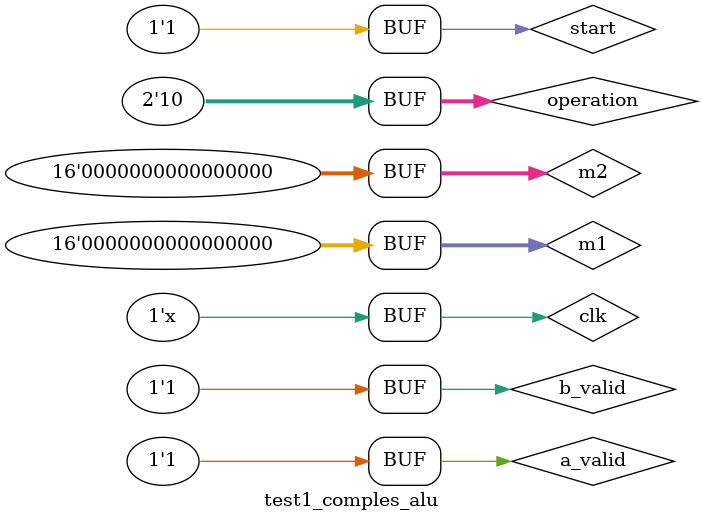
<source format=v>
`timescale 1ns / 1ps


module test1_comples_alu;

	// Inputs
	reg clk;
	reg [1:0] operation;
	reg a_valid;
	reg b_valid;
	reg start;
	reg [15:0] m1;
	reg [15:0] m2;

	// Outputs
	wire valid;
	wire error;
	wire [47:0] result;

	// Instantiate the Unit Under Test (UUT)
	Comlex_ALU uut (
		.clk(clk), 
		.operation(operation), 
		.a_valid(a_valid), 
		.b_valid(b_valid), 
		.start(start), 
		.m1(m1), 
		.m2(m2), 
		.valid(valid), 
		.error(error), 
		.result(result)
	);
	
	initial begin
$dumpfile ("mahbod1.vcd"); // Change filename as appropriate. 
$dumpvars(1, test1_comples_alu.uut); 
end 

	initial begin
		// Initialize Inputs
		clk = 0;
		operation = 0;
		a_valid = 0;
		b_valid = 0;
		start = 0;
		m1 = 0;
		m2 = 0;

		// Wait 100 ns for global reset to finish
		#10;
		start = 1;
		  b_valid=1;
		a_valid=1;
		operation=0;
		#100
		operation=3;
		#100
		operation=1;
		#100
		operation=2;
        
		// Add stimulus here

	end
	always  
	#10 clk=!clk;
      
endmodule


</source>
